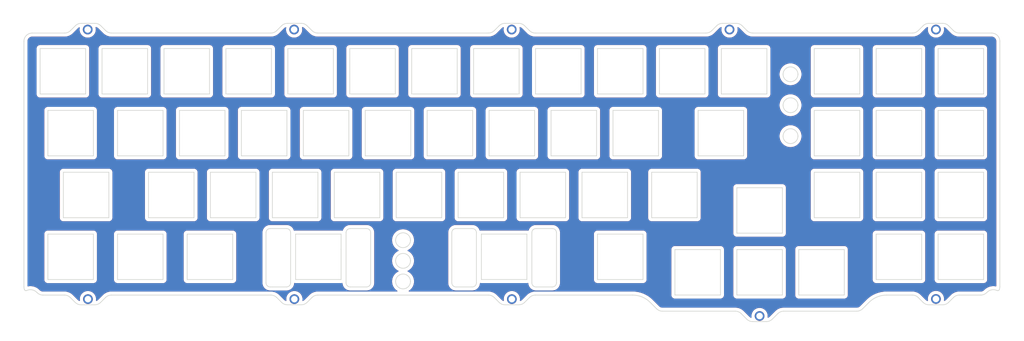
<source format=kicad_pcb>
(kicad_pcb (version 20171130) (host pcbnew 5.1.4)
  (layers (0 F.Cu signal) (31 B.Cu signal) (34 B.Paste user hide) (35 F.Paste user hide) (36 B.SilkS user) (37 F.SilkS user) (38 B.Mask user) (39 F.Mask user) (44 Edge.Cuts user))
  (net 0 "")
  (gr_curve (pts (xy 167.024504 218.724624) (xy 166.929619 218.454381) (xy 166.881152 218.169953) (xy 166.881153 217.9)) (layer Edge.Cuts) (width 0.2))
  (gr_curve (pts (xy 190.535092 137.457756) (xy 190.535092 137.457756) (xy 192.059553 138.971458) (xy 192.059553 138.971458)) (layer Edge.Cuts) (width 0.2))
  (gr_curve (pts (xy 192.059553 138.971458) (xy 192.535452 139.444527) (xy 193.179214 139.710058) (xy 193.850239 139.710058)) (layer Edge.Cuts) (width 0.2))
  (gr_line (start 181.188839 138.966108) (end 182.697195 137.457756) (layer Edge.Cuts) (width 0.2))
  (gr_curve (pts (xy 179.39279 139.710058) (xy 180.066439 139.710058) (xy 180.712498 139.442451) (xy 181.188839 138.966108)) (layer Edge.Cuts) (width 0.2))
  (gr_curve (pts (xy 182.697195 137.457756) (xy 183.173536 136.981413) (xy 183.819595 136.713806) (xy 184.493244 136.713806)) (layer Edge.Cuts) (width 0.2))
  (gr_curve (pts (xy 184.493244 136.713806) (xy 184.493244 136.713806) (xy 188.73904 136.713806) (xy 188.73904 136.713806)) (layer Edge.Cuts) (width 0.2))
  (gr_curve (pts (xy 188.73904 136.713806) (xy 189.41269 136.713806) (xy 190.05875 136.981412) (xy 190.535092 137.457756)) (layer Edge.Cuts) (width 0.2))
  (gr_line (start 193.789489 220.423382) (end 242.84279 220.423382) (layer Edge.Cuts) (width 0.2))
  (gr_line (start 467.07951 217.883382) (end 467.07951 142.250058) (layer Edge.Cuts) (width 0.2))
  (gr_line (start 182.647197 222.675674) (end 181.138834 221.167311) (layer Edge.Cuts) (width 0.2))
  (gr_curve (pts (xy 181.138834 221.167311) (xy 180.66249 220.690977) (xy 180.016434 220.423379) (xy 179.34279 220.423382)) (layer Edge.Cuts) (width 0.2))
  (gr_line (start 188.689037 223.419629) (end 184.443242 223.419629) (layer Edge.Cuts) (width 0.2))
  (gr_curve (pts (xy 184.443242 223.419629) (xy 183.769593 223.419626) (xy 183.123537 223.152017) (xy 182.647197 222.675674)) (layer Edge.Cuts) (width 0.2))
  (gr_line (start 191.993445 221.167311) (end 190.485082 222.675674) (layer Edge.Cuts) (width 0.2))
  (gr_curve (pts (xy 190.485082 222.675674) (xy 190.008742 223.152017) (xy 189.362686 223.419626) (xy 188.689037 223.419629)) (layer Edge.Cuts) (width 0.2))
  (gr_line (start 252.18904 223.419629) (end 247.943244 223.419629) (layer Edge.Cuts) (width 0.2))
  (gr_line (start 449.517406 223.419629) (end 445.271611 223.419629) (layer Edge.Cuts) (width 0.2))
  (gr_curve (pts (xy 445.271611 223.419629) (xy 444.597961 223.419627) (xy 443.951902 223.152018) (xy 443.475561 222.675674)) (layer Edge.Cuts) (width 0.2))
  (gr_line (start 452.821811 221.167311) (end 451.313459 222.675674) (layer Edge.Cuts) (width 0.2))
  (gr_curve (pts (xy 451.313459 222.675674) (xy 450.837117 223.152019) (xy 450.191058 223.419628) (xy 449.517406 223.419629)) (layer Edge.Cuts) (width 0.2))
  (gr_line (start 461.220665 220.423382) (end 454.617864 220.423382) (layer Edge.Cuts) (width 0.2))
  (gr_curve (pts (xy 454.617864 220.423382) (xy 453.944216 220.423376) (xy 453.298157 220.690976) (xy 452.821811 221.167311)) (layer Edge.Cuts) (width 0.2))
  (gr_line (start 454.617864 139.710058) (end 464.53951 139.710058) (layer Edge.Cuts) (width 0.2))
  (gr_curve (pts (xy 445.271611 136.713806) (xy 445.271611 136.713806) (xy 449.517406 136.713806) (xy 449.517406 136.713806)) (layer Edge.Cuts) (width 0.2))
  (gr_curve (pts (xy 443.475561 137.457756) (xy 443.951903 136.981413) (xy 444.597962 136.713806) (xy 445.271611 136.713806)) (layer Edge.Cuts) (width 0.2))
  (gr_curve (pts (xy 441.967206 138.966108) (xy 441.967206 138.966108) (xy 443.475561 137.457756) (xy 443.475561 137.457756)) (layer Edge.Cuts) (width 0.2))
  (gr_curve (pts (xy 440.171156 139.710058) (xy 440.844806 139.710058) (xy 441.490864 139.442451) (xy 441.967206 138.966108)) (layer Edge.Cuts) (width 0.2))
  (gr_line (start 304.929084 163.540915) (end 290.929099 163.540915) (layer Edge.Cuts) (width 0.2))
  (gr_curve (pts (xy 248.924793 216.646666) (xy 248.924793 216.983491) (xy 248.79099 217.306521) (xy 248.552819 217.544692)) (layer Edge.Cuts) (width 0.2))
  (gr_line (start 188.248188 163.540915) (end 174.248211 163.540915) (layer Edge.Cuts) (width 0.2))
  (gr_line (start 188.248188 177.540906) (end 188.248188 163.540915) (layer Edge.Cuts) (width 0.2))
  (gr_line (start 174.248211 177.540906) (end 188.248188 177.540906) (layer Edge.Cuts) (width 0.2))
  (gr_line (start 174.248211 163.540915) (end 174.248211 177.540906) (layer Edge.Cuts) (width 0.2))
  (gr_curve (pts (xy 248.552819 200.296974) (xy 248.79099 200.535145) (xy 248.924793 200.858175) (xy 248.924793 201.195)) (layer Edge.Cuts) (width 0.2))
  (gr_curve (pts (xy 247.654793 199.925) (xy 247.991618 199.925) (xy 248.314647 200.058803) (xy 248.552819 200.296974)) (layer Edge.Cuts) (width 0.2))
  (gr_line (start 171.866961 144.490915) (end 171.866961 158.490903) (layer Edge.Cuts) (width 0.2))
  (gr_line (start 185.866938 144.490915) (end 171.866961 144.490915) (layer Edge.Cuts) (width 0.2))
  (gr_line (start 185.866938 158.490903) (end 185.866938 144.490915) (layer Edge.Cuts) (width 0.2))
  (gr_line (start 171.866961 158.490903) (end 185.866938 158.490903) (layer Edge.Cuts) (width 0.2))
  (gr_curve (pts (xy 323.119802 216.646666) (xy 323.119802 216.646666) (xy 323.119802 201.195) (xy 323.119802 201.195)) (layer Edge.Cuts) (width 0.2))
  (gr_line (start 223.966938 158.490903) (end 223.966938 144.490915) (layer Edge.Cuts) (width 0.2))
  (gr_line (start 209.966961 158.490903) (end 223.966938 158.490903) (layer Edge.Cuts) (width 0.2))
  (gr_line (start 209.966961 144.490915) (end 209.966961 158.490903) (layer Edge.Cuts) (width 0.2))
  (gr_line (start 223.966938 144.490915) (end 209.966961 144.490915) (layer Edge.Cuts) (width 0.2))
  (gr_curve (pts (xy 299.764856 217.916666) (xy 299.428031 217.916667) (xy 299.105001 217.782864) (xy 298.866828 217.544693)) (layer Edge.Cuts) (width 0.2))
  (gr_line (start 299.764856 199.925) (end 304.7997 199.925) (layer Edge.Cuts) (width 0.2))
  (gr_curve (pts (xy 305.697725 217.544692) (xy 305.459554 217.782863) (xy 305.136525 217.916666) (xy 304.7997 217.916666)) (layer Edge.Cuts) (width 0.2))
  (gr_curve (pts (xy 306.0697 216.646666) (xy 306.0697 216.983491) (xy 305.935897 217.306521) (xy 305.697725 217.544692)) (layer Edge.Cuts) (width 0.2))
  (gr_curve (pts (xy 306.0697 201.195) (xy 306.0697 201.195) (xy 306.0697 216.646666) (xy 306.0697 216.646666)) (layer Edge.Cuts) (width 0.2))
  (gr_curve (pts (xy 305.697725 200.296974) (xy 305.935897 200.535145) (xy 306.0697 200.858175) (xy 306.0697 201.195)) (layer Edge.Cuts) (width 0.2))
  (gr_curve (pts (xy 304.7997 199.925) (xy 305.136525 199.925) (xy 305.459554 200.058803) (xy 305.697725 200.296974)) (layer Edge.Cuts) (width 0.2))
  (gr_line (start 204.916938 158.490903) (end 204.916938 144.490915) (layer Edge.Cuts) (width 0.2))
  (gr_curve (pts (xy 378.467206 138.966108) (xy 378.467206 138.966108) (xy 379.975561 137.457756) (xy 379.975561 137.457756)) (layer Edge.Cuts) (width 0.2))
  (gr_curve (pts (xy 376.671156 139.710058) (xy 377.344806 139.710058) (xy 377.990864 139.442451) (xy 378.467206 138.966108)) (layer Edge.Cuts) (width 0.2))
  (gr_line (start 320.899286 137.457756) (end 322.407641 138.966108) (layer Edge.Cuts) (width 0.2))
  (gr_curve (pts (xy 322.407641 138.966108) (xy 322.883983 139.442451) (xy 323.530042 139.710058) (xy 324.203691 139.710058)) (layer Edge.Cuts) (width 0.2))
  (gr_line (start 314.857441 136.713806) (end 319.103236 136.713806) (layer Edge.Cuts) (width 0.2))
  (gr_curve (pts (xy 319.103236 136.713806) (xy 319.776886 136.713806) (xy 320.422944 136.981413) (xy 320.899286 137.457756)) (layer Edge.Cuts) (width 0.2))
  (gr_line (start 262.066938 144.490915) (end 248.06695 144.490915) (layer Edge.Cuts) (width 0.2))
  (gr_line (start 262.066938 158.490903) (end 262.066938 144.490915) (layer Edge.Cuts) (width 0.2))
  (gr_line (start 248.06695 158.490903) (end 262.066938 158.490903) (layer Edge.Cuts) (width 0.2))
  (gr_line (start 248.06695 144.490915) (end 248.06695 158.490903) (layer Edge.Cuts) (width 0.2))
  (gr_line (start 429.042305 215.640906) (end 443.04229 215.640906) (layer Edge.Cuts) (width 0.2))
  (gr_line (start 429.042305 201.640558) (end 429.042305 215.640906) (layer Edge.Cuts) (width 0.2))
  (gr_line (start 443.04229 201.640558) (end 429.042305 201.640558) (layer Edge.Cuts) (width 0.2))
  (gr_line (start 443.04229 215.640906) (end 443.04229 201.640558) (layer Edge.Cuts) (width 0.2))
  (gr_line (start 343.317305 215.640906) (end 357.31729 215.640906) (layer Edge.Cuts) (width 0.2))
  (gr_line (start 343.317305 201.640558) (end 343.317305 215.640906) (layer Edge.Cuts) (width 0.2))
  (gr_line (start 357.31729 201.640558) (end 343.317305 201.640558) (layer Edge.Cuts) (width 0.2))
  (gr_line (start 357.31729 215.640906) (end 357.31729 201.640558) (layer Edge.Cuts) (width 0.2))
  (gr_line (start 323.979438 163.540915) (end 309.979099 163.540915) (layer Edge.Cuts) (width 0.2))
  (gr_line (start 323.979438 177.540906) (end 323.979438 163.540915) (layer Edge.Cuts) (width 0.2))
  (gr_line (start 309.979099 177.540906) (end 323.979438 177.540906) (layer Edge.Cuts) (width 0.2))
  (gr_line (start 309.979099 163.540915) (end 309.979099 177.540906) (layer Edge.Cuts) (width 0.2))
  (gr_line (start 429.042305 144.490915) (end 429.042305 158.490903) (layer Edge.Cuts) (width 0.2))
  (gr_line (start 388.273188 177.540906) (end 388.273188 163.540915) (layer Edge.Cuts) (width 0.2))
  (gr_line (start 374.2732 177.540906) (end 388.273188 177.540906) (layer Edge.Cuts) (width 0.2))
  (gr_line (start 374.2732 163.540915) (end 374.2732 177.540906) (layer Edge.Cuts) (width 0.2))
  (gr_line (start 388.273188 163.540915) (end 374.2732 163.540915) (layer Edge.Cuts) (width 0.2))
  (gr_line (start 298.494854 216.646666) (end 298.494854 201.195) (layer Edge.Cuts) (width 0.2))
  (gr_line (start 304.7997 217.916666) (end 299.764856 217.916666) (layer Edge.Cuts) (width 0.2))
  (gr_curve (pts (xy 298.866828 217.544693) (xy 298.628657 217.306522) (xy 298.494854 216.983492) (xy 298.494854 216.646666)) (layer Edge.Cuts) (width 0.2))
  (gr_line (start 242.619598 199.925) (end 247.654793 199.925) (layer Edge.Cuts) (width 0.2))
  (gr_line (start 241.349598 216.646666) (end 241.349598 201.195) (layer Edge.Cuts) (width 0.2))
  (gr_curve (pts (xy 241.349598 201.195) (xy 241.349598 200.493598) (xy 241.918196 199.925) (xy 242.619598 199.925)) (layer Edge.Cuts) (width 0.2))
  (gr_line (start 247.654793 217.916666) (end 242.619598 217.916666) (layer Edge.Cuts) (width 0.2))
  (gr_curve (pts (xy 242.619598 217.916666) (xy 241.918196 217.916666) (xy 241.349598 217.348068) (xy 241.349598 216.646666)) (layer Edge.Cuts) (width 0.2))
  (gr_line (start 248.924793 201.195) (end 248.924793 216.646666) (layer Edge.Cuts) (width 0.2))
  (gr_curve (pts (xy 248.552819 217.544692) (xy 248.314647 217.782863) (xy 247.991618 217.916666) (xy 247.654793 217.916666)) (layer Edge.Cuts) (width 0.2))
  (gr_curve (pts (xy 281.220097 203.524709) (xy 281.220097 204.341418) (xy 281.655806 205.096088) (xy 282.363097 205.504443)) (layer Edge.Cuts) (width 0.2))
  (gr_curve (pts (xy 282.363097 201.544975) (xy 281.655806 201.953329) (xy 281.220097 202.708) (xy 281.220097 203.524709)) (layer Edge.Cuts) (width 0.2))
  (gr_curve (pts (xy 284.649097 201.544975) (xy 283.941806 201.13662) (xy 283.070388 201.13662) (xy 282.363097 201.544975)) (layer Edge.Cuts) (width 0.2))
  (gr_curve (pts (xy 285.792097 203.524709) (xy 285.792097 202.708) (xy 285.356388 201.953329) (xy 284.649097 201.544975)) (layer Edge.Cuts) (width 0.2))
  (gr_line (start 314.454084 196.590906) (end 314.454084 182.590558) (layer Edge.Cuts) (width 0.2))
  (gr_line (start 300.454099 196.590906) (end 314.454084 196.590906) (layer Edge.Cuts) (width 0.2))
  (gr_line (start 300.454099 182.590558) (end 300.454099 196.590906) (layer Edge.Cuts) (width 0.2))
  (gr_line (start 314.454084 182.590558) (end 300.454099 182.590558) (layer Edge.Cuts) (width 0.2))
  (gr_line (start 271.879099 163.540915) (end 271.879099 177.540906) (layer Edge.Cuts) (width 0.2))
  (gr_line (start 285.879084 163.540915) (end 271.879099 163.540915) (layer Edge.Cuts) (width 0.2))
  (gr_line (start 285.879084 177.540906) (end 285.879084 163.540915) (layer Edge.Cuts) (width 0.2))
  (gr_line (start 271.879099 177.540906) (end 285.879084 177.540906) (layer Edge.Cuts) (width 0.2))
  (gr_line (start 443.04229 163.540915) (end 429.042305 163.540915) (layer Edge.Cuts) (width 0.2))
  (gr_line (start 443.04229 177.540906) (end 443.04229 163.540915) (layer Edge.Cuts) (width 0.2))
  (gr_line (start 429.042305 177.540906) (end 443.04229 177.540906) (layer Edge.Cuts) (width 0.2))
  (gr_line (start 429.042305 163.540915) (end 429.042305 177.540906) (layer Edge.Cuts) (width 0.2))
  (gr_line (start 273.549741 201.195) (end 273.549741 216.646666) (layer Edge.Cuts) (width 0.2))
  (gr_curve (pts (xy 273.177767 217.544692) (xy 272.939596 217.782863) (xy 272.616566 217.916666) (xy 272.279741 217.916666)) (layer Edge.Cuts) (width 0.2))
  (gr_curve (pts (xy 273.549741 216.646666) (xy 273.549741 216.983491) (xy 273.415938 217.306521) (xy 273.177767 217.544692)) (layer Edge.Cuts) (width 0.2))
  (gr_line (start 267.244898 199.925) (end 272.279741 199.925) (layer Edge.Cuts) (width 0.2))
  (gr_curve (pts (xy 273.177767 200.296974) (xy 273.415938 200.535145) (xy 273.549741 200.858175) (xy 273.549741 201.195)) (layer Edge.Cuts) (width 0.2))
  (gr_curve (pts (xy 298.494854 201.195) (xy 298.494854 200.858174) (xy 298.628657 200.535144) (xy 298.866828 200.296973)) (layer Edge.Cuts) (width 0.2))
  (gr_line (start 264.449696 201.629551) (end 250.449711 201.629551) (layer Edge.Cuts) (width 0.2))
  (gr_line (start 264.449696 206.32961) (end 264.449696 201.629551) (layer Edge.Cuts) (width 0.2))
  (gr_line (start 264.449696 215.629555) (end 264.449696 206.32961) (layer Edge.Cuts) (width 0.2))
  (gr_line (start 250.449711 215.629555) (end 264.449696 215.629555) (layer Edge.Cuts) (width 0.2))
  (gr_line (start 250.449711 201.629551) (end 250.449711 215.629555) (layer Edge.Cuts) (width 0.2))
  (gr_line (start 286.166247 158.490903) (end 300.16729 158.490903) (layer Edge.Cuts) (width 0.2))
  (gr_line (start 286.166247 144.490915) (end 286.166247 158.490903) (layer Edge.Cuts) (width 0.2))
  (gr_line (start 300.16729 144.490915) (end 286.166247 144.490915) (layer Edge.Cuts) (width 0.2))
  (gr_line (start 305.21695 144.490915) (end 305.21695 158.490903) (layer Edge.Cuts) (width 0.2))
  (gr_line (start 319.216938 144.490915) (end 305.21695 144.490915) (layer Edge.Cuts) (width 0.2))
  (gr_line (start 319.216938 158.490903) (end 319.216938 144.490915) (layer Edge.Cuts) (width 0.2))
  (gr_line (start 305.21695 158.490903) (end 319.216938 158.490903) (layer Edge.Cuts) (width 0.2))
  (gr_line (start 423.991232 182.590558) (end 409.992305 182.590558) (layer Edge.Cuts) (width 0.2))
  (gr_line (start 423.991232 196.590906) (end 423.991232 182.590558) (layer Edge.Cuts) (width 0.2))
  (gr_line (start 179.34279 220.423382) (end 172.73998 220.423382) (layer Edge.Cuts) (width 0.2))
  (gr_line (start 262.354099 196.590906) (end 276.354084 196.590906) (layer Edge.Cuts) (width 0.2))
  (gr_line (start 262.354099 182.590558) (end 262.354099 196.590906) (layer Edge.Cuts) (width 0.2))
  (gr_line (start 276.354084 182.590558) (end 262.354099 182.590558) (layer Edge.Cuts) (width 0.2))
  (gr_line (start 276.354084 196.590906) (end 276.354084 182.590558) (layer Edge.Cuts) (width 0.2))
  (gr_line (start 400.179438 201.35375) (end 400.179438 187.353772) (layer Edge.Cuts) (width 0.2))
  (gr_line (start 386.179099 201.35375) (end 400.179438 201.35375) (layer Edge.Cuts) (width 0.2))
  (gr_line (start 386.179099 187.353772) (end 386.179099 201.35375) (layer Edge.Cuts) (width 0.2))
  (gr_line (start 304.929084 177.540906) (end 304.929084 163.540915) (layer Edge.Cuts) (width 0.2))
  (gr_line (start 290.929099 177.540906) (end 304.929084 177.540906) (layer Edge.Cuts) (width 0.2))
  (gr_line (start 290.929099 163.540915) (end 290.929099 177.540906) (layer Edge.Cuts) (width 0.2))
  (gr_curve (pts (xy 320.899286 222.675674) (xy 320.422945 223.152018) (xy 319.776887 223.419627) (xy 319.103236 223.419629)) (layer Edge.Cuts) (width 0.2))
  (gr_line (start 354.120473 220.423382) (end 324.203691 220.423382) (layer Edge.Cuts) (width 0.2))
  (gr_curve (pts (xy 324.203691 220.423382) (xy 323.530045 220.423377) (xy 322.883987 220.690976) (xy 322.407641 221.167311)) (layer Edge.Cuts) (width 0.2))
  (gr_line (start 361.499297 224.645894) (end 359.508625 222.655222) (layer Edge.Cuts) (width 0.2))
  (gr_curve (pts (xy 359.508625 222.655222) (xy 358.079597 221.226197) (xy 356.141421 220.423381) (xy 354.120473 220.423382)) (layer Edge.Cuts) (width 0.2))
  (gr_line (start 385.725206 225.389849) (end 363.295347 225.389849) (layer Edge.Cuts) (width 0.2))
  (gr_curve (pts (xy 363.295347 225.389849) (xy 362.621697 225.389847) (xy 361.975638 225.122238) (xy 361.499297 224.645894)) (layer Edge.Cuts) (width 0.2))
  (gr_line (start 324.203691 139.710058) (end 376.671156 139.710058) (layer Edge.Cuts) (width 0.2))
  (gr_curve (pts (xy 389.321811 138.966108) (xy 389.798154 139.442451) (xy 390.444213 139.710058) (xy 391.117864 139.710058)) (layer Edge.Cuts) (width 0.2))
  (gr_curve (pts (xy 387.813459 137.457756) (xy 387.813459 137.457756) (xy 389.321811 138.966108) (xy 389.321811 138.966108)) (layer Edge.Cuts) (width 0.2))
  (gr_curve (pts (xy 386.017406 136.713806) (xy 386.691057 136.713806) (xy 387.337116 136.981412) (xy 387.813459 137.457756)) (layer Edge.Cuts) (width 0.2))
  (gr_curve (pts (xy 381.771611 136.713806) (xy 381.771611 136.713806) (xy 386.017406 136.713806) (xy 386.017406 136.713806)) (layer Edge.Cuts) (width 0.2))
  (gr_curve (pts (xy 379.975561 137.457756) (xy 380.451903 136.981413) (xy 381.097962 136.713806) (xy 381.771611 136.713806)) (layer Edge.Cuts) (width 0.2))
  (gr_line (start 324.267305 158.490903) (end 338.26729 158.490903) (layer Edge.Cuts) (width 0.2))
  (gr_line (start 324.267305 144.490915) (end 324.267305 158.490903) (layer Edge.Cuts) (width 0.2))
  (gr_line (start 224.254099 182.590558) (end 224.254099 196.590906) (layer Edge.Cuts) (width 0.2))
  (gr_line (start 238.254084 182.590558) (end 224.254099 182.590558) (layer Edge.Cuts) (width 0.2))
  (gr_line (start 238.254084 196.590906) (end 238.254084 182.590558) (layer Edge.Cuts) (width 0.2))
  (gr_curve (pts (xy 266.346872 217.544692) (xy 266.108701 217.306521) (xy 265.974898 216.983491) (xy 265.974898 216.646666)) (layer Edge.Cuts) (width 0.2))
  (gr_curve (pts (xy 267.244898 217.916666) (xy 266.908073 217.916666) (xy 266.585043 217.782863) (xy 266.346872 217.544692)) (layer Edge.Cuts) (width 0.2))
  (gr_line (start 257.300239 139.710058) (end 309.756983 139.710058) (layer Edge.Cuts) (width 0.2))
  (gr_line (start 285.792097 209.874709) (end 285.792097 209.874709) (layer Edge.Cuts) (width 0.2))
  (gr_line (start 285.792097 203.524709) (end 285.792097 203.524709) (layer Edge.Cuts) (width 0.2))
  (gr_curve (pts (xy 284.649097 211.854443) (xy 285.356388 211.446088) (xy 285.792097 210.691418) (xy 285.792097 209.874709)) (layer Edge.Cuts) (width 0.2))
  (gr_curve (pts (xy 282.363097 211.854443) (xy 283.070388 212.262799) (xy 283.941806 212.262799) (xy 284.649097 211.854443)) (layer Edge.Cuts) (width 0.2))
  (gr_curve (pts (xy 281.220097 209.874709) (xy 281.220097 210.691418) (xy 281.655806 211.446088) (xy 282.363097 211.854443)) (layer Edge.Cuts) (width 0.2))
  (gr_curve (pts (xy 282.363097 207.894975) (xy 281.655806 208.303329) (xy 281.220097 209.058) (xy 281.220097 209.874709)) (layer Edge.Cuts) (width 0.2))
  (gr_curve (pts (xy 284.649097 207.894975) (xy 283.941806 207.48662) (xy 283.070388 207.48662) (xy 282.363097 207.894975)) (layer Edge.Cuts) (width 0.2))
  (gr_curve (pts (xy 285.792097 209.874709) (xy 285.792097 209.058) (xy 285.356388 208.303329) (xy 284.649097 207.894975)) (layer Edge.Cuts) (width 0.2))
  (gr_line (start 395.41729 144.490915) (end 381.417305 144.490915) (layer Edge.Cuts) (width 0.2))
  (gr_line (start 395.41729 158.490903) (end 395.41729 144.490915) (layer Edge.Cuts) (width 0.2))
  (gr_line (start 381.417305 158.490903) (end 395.41729 158.490903) (layer Edge.Cuts) (width 0.2))
  (gr_line (start 381.417305 144.490915) (end 381.417305 158.490903) (layer Edge.Cuts) (width 0.2))
  (gr_curve (pts (xy 284.649097 205.504443) (xy 285.356388 205.096088) (xy 285.792097 204.341418) (xy 285.792097 203.524709)) (layer Edge.Cuts) (width 0.2))
  (gr_curve (pts (xy 282.363097 205.504443) (xy 283.070388 205.912798) (xy 283.941806 205.912798) (xy 284.649097 205.504443)) (layer Edge.Cuts) (width 0.2))
  (gr_line (start 190.916961 158.490903) (end 204.916938 158.490903) (layer Edge.Cuts) (width 0.2))
  (gr_line (start 190.916961 144.490915) (end 190.916961 158.490903) (layer Edge.Cuts) (width 0.2))
  (gr_line (start 204.916938 144.490915) (end 190.916961 144.490915) (layer Edge.Cuts) (width 0.2))
  (gr_curve (pts (xy 298.866828 200.296973) (xy 299.105001 200.058802) (xy 299.428031 199.924999) (xy 299.764856 199.925)) (layer Edge.Cuts) (width 0.2))
  (gr_line (start 409.992305 196.590906) (end 423.991232 196.590906) (layer Edge.Cuts) (width 0.2))
  (gr_line (start 409.992305 182.590558) (end 409.992305 196.590906) (layer Edge.Cuts) (width 0.2))
  (gr_line (start 462.09229 163.540915) (end 448.092305 163.540915) (layer Edge.Cuts) (width 0.2))
  (gr_line (start 462.09229 177.540906) (end 462.09229 163.540915) (layer Edge.Cuts) (width 0.2))
  (gr_line (start 448.092305 177.540906) (end 462.09229 177.540906) (layer Edge.Cuts) (width 0.2))
  (gr_line (start 448.092305 163.540915) (end 448.092305 177.540906) (layer Edge.Cuts) (width 0.2))
  (gr_line (start 443.04229 144.490915) (end 429.042305 144.490915) (layer Edge.Cuts) (width 0.2))
  (gr_line (start 443.04229 158.490903) (end 443.04229 144.490915) (layer Edge.Cuts) (width 0.2))
  (gr_line (start 429.042305 158.490903) (end 443.04229 158.490903) (layer Edge.Cuts) (width 0.2))
  (gr_curve (pts (xy 167.306097 219.024308) (xy 167.174189 218.968568) (xy 167.071934 218.859743) (xy 167.024504 218.724624)) (layer Edge.Cuts) (width 0.2))
  (gr_curve (pts (xy 313.061389 137.457756) (xy 313.537731 136.981412) (xy 314.183791 136.713806) (xy 314.857441 136.713806)) (layer Edge.Cuts) (width 0.2))
  (gr_curve (pts (xy 311.553033 138.966108) (xy 311.553033 138.966108) (xy 313.061389 137.457756) (xy 313.061389 137.457756)) (layer Edge.Cuts) (width 0.2))
  (gr_curve (pts (xy 309.756983 139.710058) (xy 310.430633 139.710058) (xy 311.076691 139.442451) (xy 311.553033 138.966108)) (layer Edge.Cuts) (width 0.2))
  (gr_line (start 244.638839 138.966108) (end 246.147195 137.457756) (layer Edge.Cuts) (width 0.2))
  (gr_curve (pts (xy 255.509553 138.971458) (xy 255.985452 139.444527) (xy 256.629214 139.710058) (xy 257.300239 139.710058)) (layer Edge.Cuts) (width 0.2))
  (gr_curve (pts (xy 253.985092 137.457756) (xy 253.985092 137.457756) (xy 255.509553 138.971458) (xy 255.509553 138.971458)) (layer Edge.Cuts) (width 0.2))
  (gr_line (start 219.204094 182.590558) (end 205.204091 182.590558) (layer Edge.Cuts) (width 0.2))
  (gr_line (start 219.204094 196.590906) (end 219.204094 182.590558) (layer Edge.Cuts) (width 0.2))
  (gr_line (start 205.204091 196.590906) (end 219.204094 196.590906) (layer Edge.Cuts) (width 0.2))
  (gr_line (start 167.024504 218.724624) (end 167.024504 218.724624) (layer Edge.Cuts) (width 0.2))
  (gr_curve (pts (xy 167.717262 219.017359) (xy 167.587313 219.077524) (xy 167.438006 219.080047) (xy 167.306097 219.024308)) (layer Edge.Cuts) (width 0.2))
  (gr_curve (pts (xy 170.894115 219.628177) (xy 170.07641 218.76312) (xy 168.797456 218.517214) (xy 167.717262 219.017359)) (layer Edge.Cuts) (width 0.2))
  (gr_curve (pts (xy 172.73998 220.423382) (xy 172.041529 220.423376) (xy 171.3739 220.13576) (xy 170.894115 219.628177)) (layer Edge.Cuts) (width 0.2))
  (gr_line (start 309.756983 220.423382) (end 257.289497 220.423382) (layer Edge.Cuts) (width 0.2))
  (gr_curve (pts (xy 257.289497 220.423382) (xy 256.61585 220.423376) (xy 255.969791 220.690976) (xy 255.493445 221.167311)) (layer Edge.Cuts) (width 0.2))
  (gr_line (start 313.061389 222.675674) (end 311.553033 221.167311) (layer Edge.Cuts) (width 0.2))
  (gr_curve (pts (xy 311.553033 221.167311) (xy 311.076688 220.690976) (xy 310.43063 220.423377) (xy 309.756983 220.423382)) (layer Edge.Cuts) (width 0.2))
  (gr_line (start 319.103236 223.419629) (end 314.857441 223.419629) (layer Edge.Cuts) (width 0.2))
  (gr_curve (pts (xy 314.857441 223.419629) (xy 314.18379 223.419628) (xy 313.53773 223.152019) (xy 313.061389 222.675674)) (layer Edge.Cuts) (width 0.2))
  (gr_line (start 322.407641 221.167311) (end 320.899286 222.675674) (layer Edge.Cuts) (width 0.2))
  (gr_line (start 343.029438 163.540915) (end 329.029099 163.540915) (layer Edge.Cuts) (width 0.2))
  (gr_line (start 343.029438 177.540906) (end 343.029438 163.540915) (layer Edge.Cuts) (width 0.2))
  (gr_line (start 329.029099 177.540906) (end 343.029438 177.540906) (layer Edge.Cuts) (width 0.2))
  (gr_line (start 329.029099 163.540915) (end 329.029099 177.540906) (layer Edge.Cuts) (width 0.2))
  (gr_line (start 362.079438 163.540915) (end 348.079099 163.540915) (layer Edge.Cuts) (width 0.2))
  (gr_line (start 362.079438 177.540906) (end 362.079438 163.540915) (layer Edge.Cuts) (width 0.2))
  (gr_line (start 348.079099 177.540906) (end 362.079438 177.540906) (layer Edge.Cuts) (width 0.2))
  (gr_line (start 348.079099 163.540915) (end 348.079099 177.540906) (layer Edge.Cuts) (width 0.2))
  (gr_line (start 281.116232 158.490903) (end 281.116232 144.490915) (layer Edge.Cuts) (width 0.2))
  (gr_line (start 267.116247 158.490903) (end 281.116232 158.490903) (layer Edge.Cuts) (width 0.2))
  (gr_line (start 267.116247 144.490915) (end 267.116247 158.490903) (layer Edge.Cuts) (width 0.2))
  (gr_line (start 281.116232 144.490915) (end 267.116247 144.490915) (layer Edge.Cuts) (width 0.2))
  (gr_curve (pts (xy 324.389802 217.916666) (xy 324.052977 217.916666) (xy 323.729947 217.782863) (xy 323.491776 217.544692)) (layer Edge.Cuts) (width 0.2))
  (gr_line (start 330.695 201.195) (end 330.695 216.646666) (layer Edge.Cuts) (width 0.2))
  (gr_line (start 338.26729 144.490915) (end 324.267305 144.490915) (layer Edge.Cuts) (width 0.2))
  (gr_line (start 338.26729 158.490903) (end 338.26729 144.490915) (layer Edge.Cuts) (width 0.2))
  (gr_curve (pts (xy 193.789489 220.423382) (xy 193.115845 220.423379) (xy 192.469789 220.690977) (xy 191.993445 221.167311)) (layer Edge.Cuts) (width 0.2))
  (gr_curve (pts (xy 244.638839 221.167311) (xy 244.162494 220.690976) (xy 243.516436 220.423377) (xy 242.84279 220.423382)) (layer Edge.Cuts) (width 0.2))
  (gr_curve (pts (xy 246.147195 222.675674) (xy 246.147195 222.675674) (xy 244.638839 221.167311) (xy 244.638839 221.167311)) (layer Edge.Cuts) (width 0.2))
  (gr_curve (pts (xy 247.943244 223.419629) (xy 247.269594 223.419627) (xy 246.623536 223.152018) (xy 246.147195 222.675674)) (layer Edge.Cuts) (width 0.2))
  (gr_line (start 255.493445 221.167311) (end 253.985092 222.675674) (layer Edge.Cuts) (width 0.2))
  (gr_curve (pts (xy 253.985092 222.675674) (xy 253.508751 223.152019) (xy 252.862691 223.419628) (xy 252.18904 223.419629)) (layer Edge.Cuts) (width 0.2))
  (gr_curve (pts (xy 464.53951 139.710058) (xy 465.942313 139.710058) (xy 467.07951 140.847255) (xy 467.07951 142.250058)) (layer Edge.Cuts) (width 0.2))
  (gr_line (start 391.117864 139.710058) (end 440.171156 139.710058) (layer Edge.Cuts) (width 0.2))
  (gr_curve (pts (xy 452.821811 138.966108) (xy 453.298154 139.442451) (xy 453.944213 139.710058) (xy 454.617864 139.710058)) (layer Edge.Cuts) (width 0.2))
  (gr_curve (pts (xy 451.313459 137.457756) (xy 451.313459 137.457756) (xy 452.821811 138.966108) (xy 452.821811 138.966108)) (layer Edge.Cuts) (width 0.2))
  (gr_curve (pts (xy 449.517406 136.713806) (xy 450.191057 136.713806) (xy 450.837116 136.981412) (xy 451.313459 137.457756)) (layer Edge.Cuts) (width 0.2))
  (gr_curve (pts (xy 323.491776 217.544692) (xy 323.253605 217.306521) (xy 323.119802 216.983491) (xy 323.119802 216.646666)) (layer Edge.Cuts) (width 0.2))
  (gr_curve (pts (xy 323.491776 200.296974) (xy 323.729947 200.058803) (xy 324.052977 199.925) (xy 324.389802 199.925)) (layer Edge.Cuts) (width 0.2))
  (gr_line (start 381.129438 206.403772) (end 367.129099 206.403772) (layer Edge.Cuts) (width 0.2))
  (gr_line (start 381.129438 220.40375) (end 381.129438 206.403772) (layer Edge.Cuts) (width 0.2))
  (gr_line (start 367.129099 220.40375) (end 381.129438 220.40375) (layer Edge.Cuts) (width 0.2))
  (gr_line (start 367.129099 206.403772) (end 367.129099 220.40375) (layer Edge.Cuts) (width 0.2))
  (gr_curve (pts (xy 403.833276 154.397) (xy 404.540567 153.988645) (xy 404.976276 153.233975) (xy 404.976276 152.417266)) (layer Edge.Cuts) (width 0.2))
  (gr_curve (pts (xy 401.547276 154.397) (xy 402.254567 154.805354) (xy 403.125985 154.805354) (xy 403.833276 154.397)) (layer Edge.Cuts) (width 0.2))
  (gr_curve (pts (xy 400.404276 152.417266) (xy 400.404276 153.233975) (xy 400.839985 153.988645) (xy 401.547276 154.397)) (layer Edge.Cuts) (width 0.2))
  (gr_curve (pts (xy 401.547276 150.437531) (xy 400.839985 150.845886) (xy 400.404276 151.600556) (xy 400.404276 152.417266)) (layer Edge.Cuts) (width 0.2))
  (gr_line (start 389.236954 227.849469) (end 387.521258 226.133778) (layer Edge.Cuts) (width 0.2))
  (gr_curve (pts (xy 387.521258 226.133778) (xy 387.044912 225.657443) (xy 386.398853 225.389843) (xy 385.725206 225.389849)) (layer Edge.Cuts) (width 0.2))
  (gr_line (start 398.790548 226.133778) (end 397.074852 227.849469) (layer Edge.Cuts) (width 0.2))
  (gr_curve (pts (xy 391.033004 228.593424) (xy 390.359354 228.593422) (xy 389.713295 228.325813) (xy 389.236954 227.849469)) (layer Edge.Cuts) (width 0.2))
  (gr_curve (pts (xy 395.278799 228.593424) (xy 395.278799 228.593424) (xy 391.033004 228.593424) (xy 391.033004 228.593424)) (layer Edge.Cuts) (width 0.2))
  (gr_curve (pts (xy 397.074852 227.849469) (xy 396.59851 228.325814) (xy 395.952451 228.593423) (xy 395.278799 228.593424)) (layer Edge.Cuts) (width 0.2))
  (gr_line (start 423.063187 225.389849) (end 400.5866 225.389849) (layer Edge.Cuts) (width 0.2))
  (gr_curve (pts (xy 463.06653 219.628177) (xy 462.586745 220.13576) (xy 461.919116 220.423376) (xy 461.220665 220.423382)) (layer Edge.Cuts) (width 0.2))
  (gr_curve (pts (xy 466.243381 219.017359) (xy 465.163188 218.517214) (xy 463.884235 218.76312) (xy 463.06653 219.628177)) (layer Edge.Cuts) (width 0.2))
  (gr_curve (pts (xy 466.654553 219.024313) (xy 466.522642 219.080053) (xy 466.373332 219.077528) (xy 466.243381 219.017359)) (layer Edge.Cuts) (width 0.2))
  (gr_curve (pts (xy 466.936151 218.724624) (xy 466.888722 218.859746) (xy 466.786464 218.968573) (xy 466.654553 219.024313)) (layer Edge.Cuts) (width 0.2))
  (gr_curve (pts (xy 467.07951 217.883382) (xy 467.079508 218.169874) (xy 467.031038 218.454302) (xy 466.936151 218.724624)) (layer Edge.Cuts) (width 0.2))
  (gr_line (start 405.229099 206.403772) (end 405.229099 220.40375) (layer Edge.Cuts) (width 0.2))
  (gr_line (start 419.229438 206.403772) (end 405.229099 206.403772) (layer Edge.Cuts) (width 0.2))
  (gr_line (start 419.229438 220.40375) (end 419.229438 206.403772) (layer Edge.Cuts) (width 0.2))
  (gr_line (start 386.179099 220.40375) (end 400.179438 220.40375) (layer Edge.Cuts) (width 0.2))
  (gr_line (start 386.179099 206.403772) (end 386.179099 220.40375) (layer Edge.Cuts) (width 0.2))
  (gr_line (start 400.179438 206.403772) (end 386.179099 206.403772) (layer Edge.Cuts) (width 0.2))
  (gr_line (start 400.179438 220.40375) (end 400.179438 206.403772) (layer Edge.Cuts) (width 0.2))
  (gr_line (start 338.554099 182.590558) (end 338.554099 196.590906) (layer Edge.Cuts) (width 0.2))
  (gr_line (start 352.554438 182.590558) (end 338.554099 182.590558) (layer Edge.Cuts) (width 0.2))
  (gr_line (start 352.554438 196.590906) (end 352.554438 182.590558) (layer Edge.Cuts) (width 0.2))
  (gr_line (start 338.554099 196.590906) (end 352.554438 196.590906) (layer Edge.Cuts) (width 0.2))
  (gr_line (start 373.985334 182.590558) (end 359.984997 182.590558) (layer Edge.Cuts) (width 0.2))
  (gr_line (start 373.985334 196.590906) (end 373.985334 182.590558) (layer Edge.Cuts) (width 0.2))
  (gr_line (start 359.984997 196.590906) (end 373.985334 196.590906) (layer Edge.Cuts) (width 0.2))
  (gr_line (start 359.984997 182.590558) (end 359.984997 196.590906) (layer Edge.Cuts) (width 0.2))
  (gr_line (start 307.594898 215.629555) (end 321.594886 215.629555) (layer Edge.Cuts) (width 0.2))
  (gr_line (start 307.594898 206.32961) (end 307.594898 215.629555) (layer Edge.Cuts) (width 0.2))
  (gr_line (start 307.594898 201.629551) (end 307.594898 206.32961) (layer Edge.Cuts) (width 0.2))
  (gr_line (start 321.594886 201.629551) (end 307.594898 201.629551) (layer Edge.Cuts) (width 0.2))
  (gr_line (start 321.594886 215.629555) (end 321.594886 201.629551) (layer Edge.Cuts) (width 0.2))
  (gr_line (start 247.779084 163.540915) (end 233.779099 163.540915) (layer Edge.Cuts) (width 0.2))
  (gr_line (start 247.779084 177.540906) (end 247.779084 163.540915) (layer Edge.Cuts) (width 0.2))
  (gr_line (start 233.779099 177.540906) (end 247.779084 177.540906) (layer Edge.Cuts) (width 0.2))
  (gr_line (start 233.779099 163.540915) (end 233.779099 177.540906) (layer Edge.Cuts) (width 0.2))
  (gr_line (start 404.976276 171.467266) (end 404.976276 171.467266) (layer Edge.Cuts) (width 0.2))
  (gr_line (start 404.976276 161.942267) (end 404.976276 161.942267) (layer Edge.Cuts) (width 0.2))
  (gr_curve (pts (xy 403.833276 173.447) (xy 404.540567 173.038645) (xy 404.976276 172.283975) (xy 404.976276 171.467266)) (layer Edge.Cuts) (width 0.2))
  (gr_curve (pts (xy 401.547276 173.447) (xy 402.254567 173.855354) (xy 403.125985 173.855354) (xy 403.833276 173.447)) (layer Edge.Cuts) (width 0.2))
  (gr_curve (pts (xy 400.404276 171.467266) (xy 400.404276 172.283975) (xy 400.839985 173.038645) (xy 401.547276 173.447)) (layer Edge.Cuts) (width 0.2))
  (gr_curve (pts (xy 401.547276 169.487531) (xy 400.839985 169.895886) (xy 400.404276 170.650556) (xy 400.404276 171.467266)) (layer Edge.Cuts) (width 0.2))
  (gr_curve (pts (xy 403.833276 169.487531) (xy 403.125985 169.079177) (xy 402.254567 169.079177) (xy 401.547276 169.487531)) (layer Edge.Cuts) (width 0.2))
  (gr_curve (pts (xy 404.976276 171.467266) (xy 404.976276 170.650556) (xy 404.540567 169.895886) (xy 403.833276 169.487531)) (layer Edge.Cuts) (width 0.2))
  (gr_line (start 404.976276 152.417266) (end 404.976276 152.417266) (layer Edge.Cuts) (width 0.2))
  (gr_line (start 400.179438 187.353772) (end 386.179099 187.353772) (layer Edge.Cuts) (width 0.2))
  (gr_line (start 333.504438 196.590906) (end 333.504438 182.590558) (layer Edge.Cuts) (width 0.2))
  (gr_line (start 319.504099 196.590906) (end 333.504438 196.590906) (layer Edge.Cuts) (width 0.2))
  (gr_line (start 319.504099 182.590558) (end 319.504099 196.590906) (layer Edge.Cuts) (width 0.2))
  (gr_line (start 333.504438 182.590558) (end 319.504099 182.590558) (layer Edge.Cuts) (width 0.2))
  (gr_line (start 462.09229 201.640558) (end 448.092305 201.640558) (layer Edge.Cuts) (width 0.2))
  (gr_line (start 462.09229 215.640906) (end 462.09229 201.640558) (layer Edge.Cuts) (width 0.2))
  (gr_line (start 448.092305 215.640906) (end 462.09229 215.640906) (layer Edge.Cuts) (width 0.2))
  (gr_line (start 448.092305 201.640558) (end 448.092305 215.640906) (layer Edge.Cuts) (width 0.2))
  (gr_line (start 405.229099 220.40375) (end 419.229438 220.40375) (layer Edge.Cuts) (width 0.2))
  (gr_line (start 295.404084 196.590906) (end 295.404084 182.590558) (layer Edge.Cuts) (width 0.2))
  (gr_line (start 281.404099 196.590906) (end 295.404084 196.590906) (layer Edge.Cuts) (width 0.2))
  (gr_line (start 281.404099 182.590558) (end 281.404099 196.590906) (layer Edge.Cuts) (width 0.2))
  (gr_line (start 295.404084 182.590558) (end 281.404099 182.590558) (layer Edge.Cuts) (width 0.2))
  (gr_line (start 409.992305 163.540915) (end 409.992305 177.540906) (layer Edge.Cuts) (width 0.2))
  (gr_line (start 423.991232 163.540915) (end 409.992305 163.540915) (layer Edge.Cuts) (width 0.2))
  (gr_line (start 423.991232 177.540906) (end 423.991232 163.540915) (layer Edge.Cuts) (width 0.2))
  (gr_line (start 409.992305 177.540906) (end 423.991232 177.540906) (layer Edge.Cuts) (width 0.2))
  (gr_line (start 266.829084 163.540915) (end 252.829099 163.540915) (layer Edge.Cuts) (width 0.2))
  (gr_line (start 266.829084 177.540906) (end 266.829084 163.540915) (layer Edge.Cuts) (width 0.2))
  (gr_line (start 252.829099 177.540906) (end 266.829084 177.540906) (layer Edge.Cuts) (width 0.2))
  (gr_line (start 252.829099 163.540915) (end 252.829099 177.540906) (layer Edge.Cuts) (width 0.2))
  (gr_curve (pts (xy 403.833276 163.922) (xy 404.540567 163.513645) (xy 404.976276 162.758975) (xy 404.976276 161.942267)) (layer Edge.Cuts) (width 0.2))
  (gr_curve (pts (xy 401.547276 163.922) (xy 402.254567 164.330354) (xy 403.125985 164.330354) (xy 403.833276 163.922)) (layer Edge.Cuts) (width 0.2))
  (gr_curve (pts (xy 400.404276 161.942267) (xy 400.404276 162.758975) (xy 400.839985 163.513645) (xy 401.547276 163.922)) (layer Edge.Cuts) (width 0.2))
  (gr_curve (pts (xy 401.547276 159.962531) (xy 400.839985 160.370886) (xy 400.404276 161.125556) (xy 400.404276 161.942267)) (layer Edge.Cuts) (width 0.2))
  (gr_curve (pts (xy 403.833276 159.962531) (xy 403.125985 159.554177) (xy 402.254567 159.554177) (xy 401.547276 159.962531)) (layer Edge.Cuts) (width 0.2))
  (gr_curve (pts (xy 404.976276 161.942267) (xy 404.976276 161.125556) (xy 404.540567 160.370886) (xy 403.833276 159.962531)) (layer Edge.Cuts) (width 0.2))
  (gr_curve (pts (xy 403.833276 150.437531) (xy 403.125985 150.029177) (xy 402.254567 150.029177) (xy 401.547276 150.437531)) (layer Edge.Cuts) (width 0.2))
  (gr_curve (pts (xy 404.976276 152.417266) (xy 404.976276 151.600556) (xy 404.540567 150.845886) (xy 403.833276 150.437531)) (layer Edge.Cuts) (width 0.2))
  (gr_line (start 462.09229 158.490903) (end 462.09229 144.490915) (layer Edge.Cuts) (width 0.2))
  (gr_line (start 448.092305 158.490903) (end 462.09229 158.490903) (layer Edge.Cuts) (width 0.2))
  (gr_line (start 448.092305 144.490915) (end 448.092305 158.490903) (layer Edge.Cuts) (width 0.2))
  (gr_line (start 462.09229 144.490915) (end 448.092305 144.490915) (layer Edge.Cuts) (width 0.2))
  (gr_curve (pts (xy 272.279741 199.925) (xy 272.616566 199.925) (xy 272.939596 200.058803) (xy 273.177767 200.296974)) (layer Edge.Cuts) (width 0.2))
  (gr_line (start 265.974898 216.646666) (end 265.974898 201.195) (layer Edge.Cuts) (width 0.2))
  (gr_curve (pts (xy 266.346872 200.296974) (xy 266.585043 200.058803) (xy 266.908073 199.925) (xy 267.244898 199.925)) (layer Edge.Cuts) (width 0.2))
  (gr_curve (pts (xy 265.974898 201.195) (xy 265.974898 200.858175) (xy 266.108701 200.535145) (xy 266.346872 200.296974)) (layer Edge.Cuts) (width 0.2))
  (gr_line (start 224.254099 196.590906) (end 238.254084 196.590906) (layer Edge.Cuts) (width 0.2))
  (gr_line (start 462.09229 182.590558) (end 448.092305 182.590558) (layer Edge.Cuts) (width 0.2))
  (gr_line (start 462.09229 196.590906) (end 462.09229 182.590558) (layer Edge.Cuts) (width 0.2))
  (gr_line (start 448.092305 196.590906) (end 462.09229 196.590906) (layer Edge.Cuts) (width 0.2))
  (gr_line (start 448.092305 182.590558) (end 448.092305 196.590906) (layer Edge.Cuts) (width 0.2))
  (gr_line (start 257.304084 196.590906) (end 257.304084 182.590558) (layer Edge.Cuts) (width 0.2))
  (gr_line (start 243.304099 196.590906) (end 257.304084 196.590906) (layer Edge.Cuts) (width 0.2))
  (gr_line (start 243.304099 182.590558) (end 243.304099 196.590906) (layer Edge.Cuts) (width 0.2))
  (gr_line (start 257.304084 182.590558) (end 243.304099 182.590558) (layer Edge.Cuts) (width 0.2))
  (gr_line (start 243.016938 158.490903) (end 243.016938 144.490915) (layer Edge.Cuts) (width 0.2))
  (gr_line (start 229.01695 158.490903) (end 243.016938 158.490903) (layer Edge.Cuts) (width 0.2))
  (gr_line (start 229.01695 144.490915) (end 229.01695 158.490903) (layer Edge.Cuts) (width 0.2))
  (gr_line (start 243.016938 144.490915) (end 229.01695 144.490915) (layer Edge.Cuts) (width 0.2))
  (gr_curve (pts (xy 284.649097 214.244975) (xy 283.941806 213.83662) (xy 283.070388 213.83662) (xy 282.363097 214.244975)) (layer Edge.Cuts) (width 0.2))
  (gr_curve (pts (xy 285.792097 216.224709) (xy 285.792097 215.408) (xy 285.356388 214.653329) (xy 284.649097 214.244975)) (layer Edge.Cuts) (width 0.2))
  (gr_line (start 409.992305 158.490903) (end 423.991232 158.490903) (layer Edge.Cuts) (width 0.2))
  (gr_curve (pts (xy 169.421153 139.710132) (xy 169.421153 139.710132) (xy 178.562 139.710926) (xy 179.39279 139.710058)) (layer Edge.Cuts) (width 0.2))
  (gr_curve (pts (xy 167.625101 140.454081) (xy 168.101444 139.977739) (xy 168.747503 139.710132) (xy 169.421153 139.710132)) (layer Edge.Cuts) (width 0.2))
  (gr_curve (pts (xy 166.881153 142.250132) (xy 166.881153 141.576483) (xy 167.148759 140.930424) (xy 167.625101 140.454081)) (layer Edge.Cuts) (width 0.2))
  (gr_line (start 272.279741 217.916666) (end 267.244898 217.916666) (layer Edge.Cuts) (width 0.2))
  (gr_curve (pts (xy 400.5866 225.389849) (xy 399.912953 225.389843) (xy 399.266894 225.657443) (xy 398.790548 226.133778)) (layer Edge.Cuts) (width 0.2))
  (gr_line (start 426.849911 222.655222) (end 424.85924 224.645894) (layer Edge.Cuts) (width 0.2))
  (gr_curve (pts (xy 424.85924 224.645894) (xy 424.382897 225.122239) (xy 423.736839 225.389848) (xy 423.063187 225.389849)) (layer Edge.Cuts) (width 0.2))
  (gr_line (start 440.171156 220.423382) (end 432.238063 220.423382) (layer Edge.Cuts) (width 0.2))
  (gr_curve (pts (xy 432.238063 220.423382) (xy 430.217116 220.423381) (xy 428.27894 221.226197) (xy 426.849911 222.655222)) (layer Edge.Cuts) (width 0.2))
  (gr_line (start 443.475561 222.675674) (end 441.967206 221.167311) (layer Edge.Cuts) (width 0.2))
  (gr_curve (pts (xy 441.967206 221.167311) (xy 441.490861 220.690976) (xy 440.844803 220.423377) (xy 440.171156 220.423382)) (layer Edge.Cuts) (width 0.2))
  (gr_line (start 166.881153 217.9) (end 166.881153 142.250132) (layer Edge.Cuts) (width 0.2))
  (gr_curve (pts (xy 252.18904 136.713806) (xy 252.86269 136.713806) (xy 253.50875 136.981412) (xy 253.985092 137.457756)) (layer Edge.Cuts) (width 0.2))
  (gr_curve (pts (xy 247.943244 136.713806) (xy 247.943244 136.713806) (xy 252.18904 136.713806) (xy 252.18904 136.713806)) (layer Edge.Cuts) (width 0.2))
  (gr_curve (pts (xy 246.147195 137.457756) (xy 246.623536 136.981413) (xy 247.269595 136.713806) (xy 247.943244 136.713806)) (layer Edge.Cuts) (width 0.2))
  (gr_line (start 193.850239 139.710058) (end 242.84279 139.710058) (layer Edge.Cuts) (width 0.2))
  (gr_curve (pts (xy 242.84279 139.710058) (xy 243.516439 139.710058) (xy 244.162498 139.442451) (xy 244.638839 138.966108)) (layer Edge.Cuts) (width 0.2))
  (gr_line (start 362.367305 158.490903) (end 376.36729 158.490903) (layer Edge.Cuts) (width 0.2))
  (gr_line (start 362.367305 144.490915) (end 362.367305 158.490903) (layer Edge.Cuts) (width 0.2))
  (gr_line (start 231.110334 215.640906) (end 231.110334 201.640558) (layer Edge.Cuts) (width 0.2))
  (gr_line (start 217.110341 215.640906) (end 231.110334 215.640906) (layer Edge.Cuts) (width 0.2))
  (gr_line (start 217.110341 201.640558) (end 217.110341 215.640906) (layer Edge.Cuts) (width 0.2))
  (gr_line (start 231.110334 201.640558) (end 217.110341 201.640558) (layer Edge.Cuts) (width 0.2))
  (gr_line (start 205.204091 182.590558) (end 205.204091 196.590906) (layer Edge.Cuts) (width 0.2))
  (gr_line (start 209.679094 215.640906) (end 209.679094 201.640558) (layer Edge.Cuts) (width 0.2))
  (gr_line (start 195.679091 215.640906) (end 209.679094 215.640906) (layer Edge.Cuts) (width 0.2))
  (gr_line (start 195.679091 201.640558) (end 195.679091 215.640906) (layer Edge.Cuts) (width 0.2))
  (gr_line (start 209.679094 201.640558) (end 195.679091 201.640558) (layer Edge.Cuts) (width 0.2))
  (gr_line (start 228.729084 177.540906) (end 228.729084 163.540915) (layer Edge.Cuts) (width 0.2))
  (gr_line (start 214.729091 177.540906) (end 228.729084 177.540906) (layer Edge.Cuts) (width 0.2))
  (gr_line (start 214.729091 163.540915) (end 214.729091 177.540906) (layer Edge.Cuts) (width 0.2))
  (gr_line (start 228.729084 163.540915) (end 214.729091 163.540915) (layer Edge.Cuts) (width 0.2))
  (gr_line (start 195.679091 163.540915) (end 195.679091 177.540906) (layer Edge.Cuts) (width 0.2))
  (gr_line (start 209.679094 163.540915) (end 195.679091 163.540915) (layer Edge.Cuts) (width 0.2))
  (gr_line (start 209.679094 177.540906) (end 209.679094 163.540915) (layer Edge.Cuts) (width 0.2))
  (gr_line (start 195.679091 177.540906) (end 209.679094 177.540906) (layer Edge.Cuts) (width 0.2))
  (gr_curve (pts (xy 323.119802 201.195) (xy 323.119802 200.858175) (xy 323.253605 200.535145) (xy 323.491776 200.296974)) (layer Edge.Cuts) (width 0.2))
  (gr_line (start 179.010341 196.590906) (end 193.010344 196.590906) (layer Edge.Cuts) (width 0.2))
  (gr_line (start 179.010341 182.590558) (end 179.010341 196.590906) (layer Edge.Cuts) (width 0.2))
  (gr_line (start 193.010344 182.590558) (end 179.010341 182.590558) (layer Edge.Cuts) (width 0.2))
  (gr_line (start 193.010344 196.590906) (end 193.010344 182.590558) (layer Edge.Cuts) (width 0.2))
  (gr_line (start 188.248188 215.640906) (end 188.248188 201.640558) (layer Edge.Cuts) (width 0.2))
  (gr_line (start 174.248211 215.640906) (end 188.248188 215.640906) (layer Edge.Cuts) (width 0.2))
  (gr_line (start 174.248211 201.640558) (end 174.248211 215.640906) (layer Edge.Cuts) (width 0.2))
  (gr_line (start 188.248188 201.640558) (end 174.248211 201.640558) (layer Edge.Cuts) (width 0.2))
  (gr_curve (pts (xy 330.695 216.646666) (xy 330.695 217.348068) (xy 330.126401 217.916666) (xy 329.425 217.916666)) (layer Edge.Cuts) (width 0.2))
  (gr_line (start 329.425 217.916666) (end 324.389802 217.916666) (layer Edge.Cuts) (width 0.2))
  (gr_line (start 429.042305 196.590906) (end 443.04229 196.590906) (layer Edge.Cuts) (width 0.2))
  (gr_line (start 429.042305 182.590558) (end 429.042305 196.590906) (layer Edge.Cuts) (width 0.2))
  (gr_line (start 443.04229 182.590558) (end 429.042305 182.590558) (layer Edge.Cuts) (width 0.2))
  (gr_line (start 443.04229 196.590906) (end 443.04229 182.590558) (layer Edge.Cuts) (width 0.2))
  (gr_line (start 285.792097 216.224709) (end 285.792097 216.224709) (layer Edge.Cuts) (width 0.2))
  (gr_curve (pts (xy 284.649097 218.204443) (xy 285.356388 217.796088) (xy 285.792097 217.041418) (xy 285.792097 216.224709)) (layer Edge.Cuts) (width 0.2))
  (gr_curve (pts (xy 282.363097 218.204443) (xy 283.070388 218.612798) (xy 283.941806 218.612798) (xy 284.649097 218.204443)) (layer Edge.Cuts) (width 0.2))
  (gr_curve (pts (xy 281.220097 216.224709) (xy 281.220097 217.041418) (xy 281.655806 217.796088) (xy 282.363097 218.204443)) (layer Edge.Cuts) (width 0.2))
  (gr_curve (pts (xy 282.363097 214.244975) (xy 281.655806 214.653329) (xy 281.220097 215.408) (xy 281.220097 216.224709)) (layer Edge.Cuts) (width 0.2))
  (gr_line (start 324.389802 199.925) (end 329.425 199.925) (layer Edge.Cuts) (width 0.2))
  (gr_line (start 357.31729 144.490915) (end 343.317305 144.490915) (layer Edge.Cuts) (width 0.2))
  (gr_line (start 357.31729 158.490903) (end 357.31729 144.490915) (layer Edge.Cuts) (width 0.2))
  (gr_line (start 343.317305 158.490903) (end 357.31729 158.490903) (layer Edge.Cuts) (width 0.2))
  (gr_line (start 343.317305 144.490915) (end 343.317305 158.490903) (layer Edge.Cuts) (width 0.2))
  (gr_line (start 376.36729 144.490915) (end 362.367305 144.490915) (layer Edge.Cuts) (width 0.2))
  (gr_line (start 376.36729 158.490903) (end 376.36729 144.490915) (layer Edge.Cuts) (width 0.2))
  (gr_line (start 409.992305 144.490915) (end 409.992305 158.490903) (layer Edge.Cuts) (width 0.2))
  (gr_line (start 423.991232 144.490915) (end 409.992305 144.490915) (layer Edge.Cuts) (width 0.2))
  (gr_line (start 423.991232 158.490903) (end 423.991232 144.490915) (layer Edge.Cuts) (width 0.2))
  (gr_line (start 300.16729 158.490903) (end 300.16729 144.490915) (layer Edge.Cuts) (width 0.2))
  (gr_curve (pts (xy 329.425 199.925) (xy 330.126401 199.925) (xy 330.695 200.493598) (xy 330.695 201.195)) (layer Edge.Cuts) (width 0.2))
  (via (at 250 138.625) (size 3) (drill 2) (layers F.Cu B.Cu) (net 0))
  (via (at 383.925 138.625) (size 3) (drill 2) (layers F.Cu B.Cu) (net 0))
  (via (at 316.925 138.625) (size 3) (drill 2) (layers F.Cu B.Cu) (net 0))
  (via (at 447.425 138.625) (size 3) (drill 2) (layers F.Cu B.Cu) (net 0))
  (via (at 447.425 221.625) (size 3) (drill 2) (layers F.Cu B.Cu) (net 0))
  (via (at 393.175 226.875) (size 3) (drill 2) (layers F.Cu B.Cu) (net 0))
  (via (at 316.975 221.675) (size 3) (drill 2) (layers F.Cu B.Cu) (net 0))
  (via (at 250.075 221.675) (size 3) (drill 2) (layers F.Cu B.Cu) (net 0))
  (via (at 186.575 221.675) (size 3) (drill 2) (layers F.Cu B.Cu) (net 0))
  (via (at 186.5 138.625) (size 3) (drill 2) (layers F.Cu B.Cu) (net 0))
  (zone (net 0) (net_name "") (layer B.Cu) (connect_pads (clearance 1)) (min_thickness 0.254) (fill yes (arc_segments 32) (thermal_gap 0.508) (thermal_bridge_width 0.508))
    (polygon (pts (xy 159.525 129.525) (xy 474.525 129.525) (xy 474.525 234.525) (xy 159.525 234.525)))
  )
  (zone (net 0) (net_name "") (layer F.Cu) (connect_pads (clearance 1)) (min_thickness 0.254) (fill yes (arc_segments 32) (thermal_gap 0.508) (thermal_bridge_width 0.508))
    (polygon (pts (xy 164.525 134.525) (xy 469.525 134.525) (xy 469.525 229.525) (xy 164.525 232.025)))
  )
)
</source>
